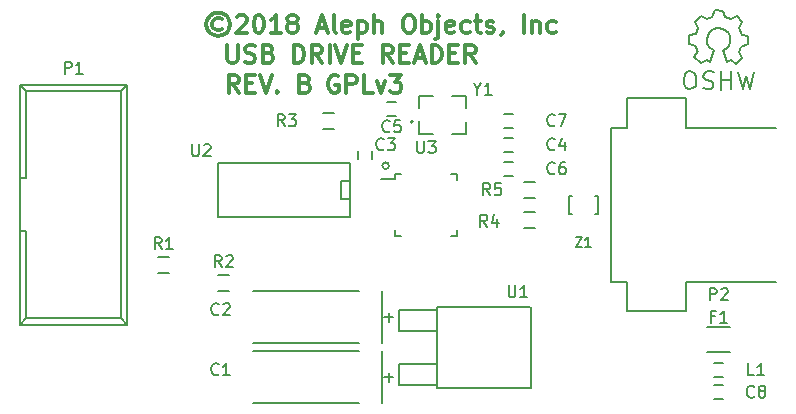
<source format=gbr>
G04 #@! TF.FileFunction,Legend,Top*
%FSLAX46Y46*%
G04 Gerber Fmt 4.6, Leading zero omitted, Abs format (unit mm)*
G04 Created by KiCad (PCBNEW 4.0.5+dfsg1-4) date Wed Jul 18 12:49:48 2018*
%MOMM*%
%LPD*%
G01*
G04 APERTURE LIST*
%ADD10C,0.100000*%
%ADD11C,0.200000*%
%ADD12C,0.300000*%
%ADD13C,0.150000*%
G04 APERTURE END LIST*
D10*
D11*
X160049981Y-98298000D02*
G75*
G03X160049981Y-98298000I-283981J0D01*
G01*
D12*
X155738000Y-90690000D02*
X155595143Y-90618571D01*
X155380857Y-90618571D01*
X155166572Y-90690000D01*
X155023714Y-90832857D01*
X154952286Y-90975714D01*
X154880857Y-91261429D01*
X154880857Y-91475714D01*
X154952286Y-91761429D01*
X155023714Y-91904286D01*
X155166572Y-92047143D01*
X155380857Y-92118571D01*
X155523714Y-92118571D01*
X155738000Y-92047143D01*
X155809429Y-91975714D01*
X155809429Y-91475714D01*
X155523714Y-91475714D01*
X156452286Y-92118571D02*
X156452286Y-90618571D01*
X157023714Y-90618571D01*
X157166572Y-90690000D01*
X157238000Y-90761429D01*
X157309429Y-90904286D01*
X157309429Y-91118571D01*
X157238000Y-91261429D01*
X157166572Y-91332857D01*
X157023714Y-91404286D01*
X156452286Y-91404286D01*
X158666572Y-92118571D02*
X157952286Y-92118571D01*
X157952286Y-90618571D01*
X159023715Y-91118571D02*
X159380858Y-92118571D01*
X159738000Y-91118571D01*
X160166572Y-90618571D02*
X161095143Y-90618571D01*
X160595143Y-91190000D01*
X160809429Y-91190000D01*
X160952286Y-91261429D01*
X161023715Y-91332857D01*
X161095143Y-91475714D01*
X161095143Y-91832857D01*
X161023715Y-91975714D01*
X160952286Y-92047143D01*
X160809429Y-92118571D01*
X160380857Y-92118571D01*
X160238000Y-92047143D01*
X160166572Y-91975714D01*
X147324286Y-92118571D02*
X146824286Y-91404286D01*
X146467143Y-92118571D02*
X146467143Y-90618571D01*
X147038571Y-90618571D01*
X147181429Y-90690000D01*
X147252857Y-90761429D01*
X147324286Y-90904286D01*
X147324286Y-91118571D01*
X147252857Y-91261429D01*
X147181429Y-91332857D01*
X147038571Y-91404286D01*
X146467143Y-91404286D01*
X147967143Y-91332857D02*
X148467143Y-91332857D01*
X148681429Y-92118571D02*
X147967143Y-92118571D01*
X147967143Y-90618571D01*
X148681429Y-90618571D01*
X149110000Y-90618571D02*
X149610000Y-92118571D01*
X150110000Y-90618571D01*
X150610000Y-91975714D02*
X150681428Y-92047143D01*
X150610000Y-92118571D01*
X150538571Y-92047143D01*
X150610000Y-91975714D01*
X150610000Y-92118571D01*
X152967143Y-91332857D02*
X153181429Y-91404286D01*
X153252857Y-91475714D01*
X153324286Y-91618571D01*
X153324286Y-91832857D01*
X153252857Y-91975714D01*
X153181429Y-92047143D01*
X153038571Y-92118571D01*
X152467143Y-92118571D01*
X152467143Y-90618571D01*
X152967143Y-90618571D01*
X153110000Y-90690000D01*
X153181429Y-90761429D01*
X153252857Y-90904286D01*
X153252857Y-91047143D01*
X153181429Y-91190000D01*
X153110000Y-91261429D01*
X152967143Y-91332857D01*
X152467143Y-91332857D01*
X146380715Y-88078571D02*
X146380715Y-89292857D01*
X146452143Y-89435714D01*
X146523572Y-89507143D01*
X146666429Y-89578571D01*
X146952143Y-89578571D01*
X147095001Y-89507143D01*
X147166429Y-89435714D01*
X147237858Y-89292857D01*
X147237858Y-88078571D01*
X147880715Y-89507143D02*
X148095001Y-89578571D01*
X148452144Y-89578571D01*
X148595001Y-89507143D01*
X148666430Y-89435714D01*
X148737858Y-89292857D01*
X148737858Y-89150000D01*
X148666430Y-89007143D01*
X148595001Y-88935714D01*
X148452144Y-88864286D01*
X148166430Y-88792857D01*
X148023572Y-88721429D01*
X147952144Y-88650000D01*
X147880715Y-88507143D01*
X147880715Y-88364286D01*
X147952144Y-88221429D01*
X148023572Y-88150000D01*
X148166430Y-88078571D01*
X148523572Y-88078571D01*
X148737858Y-88150000D01*
X149880715Y-88792857D02*
X150095001Y-88864286D01*
X150166429Y-88935714D01*
X150237858Y-89078571D01*
X150237858Y-89292857D01*
X150166429Y-89435714D01*
X150095001Y-89507143D01*
X149952143Y-89578571D01*
X149380715Y-89578571D01*
X149380715Y-88078571D01*
X149880715Y-88078571D01*
X150023572Y-88150000D01*
X150095001Y-88221429D01*
X150166429Y-88364286D01*
X150166429Y-88507143D01*
X150095001Y-88650000D01*
X150023572Y-88721429D01*
X149880715Y-88792857D01*
X149380715Y-88792857D01*
X152023572Y-89578571D02*
X152023572Y-88078571D01*
X152380715Y-88078571D01*
X152595000Y-88150000D01*
X152737858Y-88292857D01*
X152809286Y-88435714D01*
X152880715Y-88721429D01*
X152880715Y-88935714D01*
X152809286Y-89221429D01*
X152737858Y-89364286D01*
X152595000Y-89507143D01*
X152380715Y-89578571D01*
X152023572Y-89578571D01*
X154380715Y-89578571D02*
X153880715Y-88864286D01*
X153523572Y-89578571D02*
X153523572Y-88078571D01*
X154095000Y-88078571D01*
X154237858Y-88150000D01*
X154309286Y-88221429D01*
X154380715Y-88364286D01*
X154380715Y-88578571D01*
X154309286Y-88721429D01*
X154237858Y-88792857D01*
X154095000Y-88864286D01*
X153523572Y-88864286D01*
X155023572Y-89578571D02*
X155023572Y-88078571D01*
X155523572Y-88078571D02*
X156023572Y-89578571D01*
X156523572Y-88078571D01*
X157023572Y-88792857D02*
X157523572Y-88792857D01*
X157737858Y-89578571D02*
X157023572Y-89578571D01*
X157023572Y-88078571D01*
X157737858Y-88078571D01*
X160380715Y-89578571D02*
X159880715Y-88864286D01*
X159523572Y-89578571D02*
X159523572Y-88078571D01*
X160095000Y-88078571D01*
X160237858Y-88150000D01*
X160309286Y-88221429D01*
X160380715Y-88364286D01*
X160380715Y-88578571D01*
X160309286Y-88721429D01*
X160237858Y-88792857D01*
X160095000Y-88864286D01*
X159523572Y-88864286D01*
X161023572Y-88792857D02*
X161523572Y-88792857D01*
X161737858Y-89578571D02*
X161023572Y-89578571D01*
X161023572Y-88078571D01*
X161737858Y-88078571D01*
X162309286Y-89150000D02*
X163023572Y-89150000D01*
X162166429Y-89578571D02*
X162666429Y-88078571D01*
X163166429Y-89578571D01*
X163666429Y-89578571D02*
X163666429Y-88078571D01*
X164023572Y-88078571D01*
X164237857Y-88150000D01*
X164380715Y-88292857D01*
X164452143Y-88435714D01*
X164523572Y-88721429D01*
X164523572Y-88935714D01*
X164452143Y-89221429D01*
X164380715Y-89364286D01*
X164237857Y-89507143D01*
X164023572Y-89578571D01*
X163666429Y-89578571D01*
X165166429Y-88792857D02*
X165666429Y-88792857D01*
X165880715Y-89578571D02*
X165166429Y-89578571D01*
X165166429Y-88078571D01*
X165880715Y-88078571D01*
X167380715Y-89578571D02*
X166880715Y-88864286D01*
X166523572Y-89578571D02*
X166523572Y-88078571D01*
X167095000Y-88078571D01*
X167237858Y-88150000D01*
X167309286Y-88221429D01*
X167380715Y-88364286D01*
X167380715Y-88578571D01*
X167309286Y-88721429D01*
X167237858Y-88792857D01*
X167095000Y-88864286D01*
X166523572Y-88864286D01*
X145885001Y-85895714D02*
X145742143Y-85824286D01*
X145456429Y-85824286D01*
X145313572Y-85895714D01*
X145170715Y-86038571D01*
X145099286Y-86181429D01*
X145099286Y-86467143D01*
X145170715Y-86610000D01*
X145313572Y-86752857D01*
X145456429Y-86824286D01*
X145742143Y-86824286D01*
X145885001Y-86752857D01*
X145599286Y-85324286D02*
X145242143Y-85395714D01*
X144885001Y-85610000D01*
X144670715Y-85967143D01*
X144599286Y-86324286D01*
X144670715Y-86681429D01*
X144885001Y-87038571D01*
X145242143Y-87252857D01*
X145599286Y-87324286D01*
X145956429Y-87252857D01*
X146313572Y-87038571D01*
X146527858Y-86681429D01*
X146599286Y-86324286D01*
X146527858Y-85967143D01*
X146313572Y-85610000D01*
X145956429Y-85395714D01*
X145599286Y-85324286D01*
X147170715Y-85681429D02*
X147242144Y-85610000D01*
X147385001Y-85538571D01*
X147742144Y-85538571D01*
X147885001Y-85610000D01*
X147956430Y-85681429D01*
X148027858Y-85824286D01*
X148027858Y-85967143D01*
X147956430Y-86181429D01*
X147099287Y-87038571D01*
X148027858Y-87038571D01*
X148956429Y-85538571D02*
X149099286Y-85538571D01*
X149242143Y-85610000D01*
X149313572Y-85681429D01*
X149385001Y-85824286D01*
X149456429Y-86110000D01*
X149456429Y-86467143D01*
X149385001Y-86752857D01*
X149313572Y-86895714D01*
X149242143Y-86967143D01*
X149099286Y-87038571D01*
X148956429Y-87038571D01*
X148813572Y-86967143D01*
X148742143Y-86895714D01*
X148670715Y-86752857D01*
X148599286Y-86467143D01*
X148599286Y-86110000D01*
X148670715Y-85824286D01*
X148742143Y-85681429D01*
X148813572Y-85610000D01*
X148956429Y-85538571D01*
X150885000Y-87038571D02*
X150027857Y-87038571D01*
X150456429Y-87038571D02*
X150456429Y-85538571D01*
X150313572Y-85752857D01*
X150170714Y-85895714D01*
X150027857Y-85967143D01*
X151742143Y-86181429D02*
X151599285Y-86110000D01*
X151527857Y-86038571D01*
X151456428Y-85895714D01*
X151456428Y-85824286D01*
X151527857Y-85681429D01*
X151599285Y-85610000D01*
X151742143Y-85538571D01*
X152027857Y-85538571D01*
X152170714Y-85610000D01*
X152242143Y-85681429D01*
X152313571Y-85824286D01*
X152313571Y-85895714D01*
X152242143Y-86038571D01*
X152170714Y-86110000D01*
X152027857Y-86181429D01*
X151742143Y-86181429D01*
X151599285Y-86252857D01*
X151527857Y-86324286D01*
X151456428Y-86467143D01*
X151456428Y-86752857D01*
X151527857Y-86895714D01*
X151599285Y-86967143D01*
X151742143Y-87038571D01*
X152027857Y-87038571D01*
X152170714Y-86967143D01*
X152242143Y-86895714D01*
X152313571Y-86752857D01*
X152313571Y-86467143D01*
X152242143Y-86324286D01*
X152170714Y-86252857D01*
X152027857Y-86181429D01*
X154027856Y-86610000D02*
X154742142Y-86610000D01*
X153884999Y-87038571D02*
X154384999Y-85538571D01*
X154884999Y-87038571D01*
X155599285Y-87038571D02*
X155456427Y-86967143D01*
X155384999Y-86824286D01*
X155384999Y-85538571D01*
X156742141Y-86967143D02*
X156599284Y-87038571D01*
X156313570Y-87038571D01*
X156170713Y-86967143D01*
X156099284Y-86824286D01*
X156099284Y-86252857D01*
X156170713Y-86110000D01*
X156313570Y-86038571D01*
X156599284Y-86038571D01*
X156742141Y-86110000D01*
X156813570Y-86252857D01*
X156813570Y-86395714D01*
X156099284Y-86538571D01*
X157456427Y-86038571D02*
X157456427Y-87538571D01*
X157456427Y-86110000D02*
X157599284Y-86038571D01*
X157884998Y-86038571D01*
X158027855Y-86110000D01*
X158099284Y-86181429D01*
X158170713Y-86324286D01*
X158170713Y-86752857D01*
X158099284Y-86895714D01*
X158027855Y-86967143D01*
X157884998Y-87038571D01*
X157599284Y-87038571D01*
X157456427Y-86967143D01*
X158813570Y-87038571D02*
X158813570Y-85538571D01*
X159456427Y-87038571D02*
X159456427Y-86252857D01*
X159384998Y-86110000D01*
X159242141Y-86038571D01*
X159027856Y-86038571D01*
X158884998Y-86110000D01*
X158813570Y-86181429D01*
X161599284Y-85538571D02*
X161884998Y-85538571D01*
X162027856Y-85610000D01*
X162170713Y-85752857D01*
X162242141Y-86038571D01*
X162242141Y-86538571D01*
X162170713Y-86824286D01*
X162027856Y-86967143D01*
X161884998Y-87038571D01*
X161599284Y-87038571D01*
X161456427Y-86967143D01*
X161313570Y-86824286D01*
X161242141Y-86538571D01*
X161242141Y-86038571D01*
X161313570Y-85752857D01*
X161456427Y-85610000D01*
X161599284Y-85538571D01*
X162884999Y-87038571D02*
X162884999Y-85538571D01*
X162884999Y-86110000D02*
X163027856Y-86038571D01*
X163313570Y-86038571D01*
X163456427Y-86110000D01*
X163527856Y-86181429D01*
X163599285Y-86324286D01*
X163599285Y-86752857D01*
X163527856Y-86895714D01*
X163456427Y-86967143D01*
X163313570Y-87038571D01*
X163027856Y-87038571D01*
X162884999Y-86967143D01*
X164242142Y-86038571D02*
X164242142Y-87324286D01*
X164170713Y-87467143D01*
X164027856Y-87538571D01*
X163956428Y-87538571D01*
X164242142Y-85538571D02*
X164170713Y-85610000D01*
X164242142Y-85681429D01*
X164313570Y-85610000D01*
X164242142Y-85538571D01*
X164242142Y-85681429D01*
X165527856Y-86967143D02*
X165384999Y-87038571D01*
X165099285Y-87038571D01*
X164956428Y-86967143D01*
X164884999Y-86824286D01*
X164884999Y-86252857D01*
X164956428Y-86110000D01*
X165099285Y-86038571D01*
X165384999Y-86038571D01*
X165527856Y-86110000D01*
X165599285Y-86252857D01*
X165599285Y-86395714D01*
X164884999Y-86538571D01*
X166884999Y-86967143D02*
X166742142Y-87038571D01*
X166456428Y-87038571D01*
X166313570Y-86967143D01*
X166242142Y-86895714D01*
X166170713Y-86752857D01*
X166170713Y-86324286D01*
X166242142Y-86181429D01*
X166313570Y-86110000D01*
X166456428Y-86038571D01*
X166742142Y-86038571D01*
X166884999Y-86110000D01*
X167313570Y-86038571D02*
X167884999Y-86038571D01*
X167527856Y-85538571D02*
X167527856Y-86824286D01*
X167599284Y-86967143D01*
X167742142Y-87038571D01*
X167884999Y-87038571D01*
X168313570Y-86967143D02*
X168456427Y-87038571D01*
X168742142Y-87038571D01*
X168884999Y-86967143D01*
X168956427Y-86824286D01*
X168956427Y-86752857D01*
X168884999Y-86610000D01*
X168742142Y-86538571D01*
X168527856Y-86538571D01*
X168384999Y-86467143D01*
X168313570Y-86324286D01*
X168313570Y-86252857D01*
X168384999Y-86110000D01*
X168527856Y-86038571D01*
X168742142Y-86038571D01*
X168884999Y-86110000D01*
X169670713Y-86967143D02*
X169670713Y-87038571D01*
X169599285Y-87181429D01*
X169527856Y-87252857D01*
X171456428Y-87038571D02*
X171456428Y-85538571D01*
X172170714Y-86038571D02*
X172170714Y-87038571D01*
X172170714Y-86181429D02*
X172242142Y-86110000D01*
X172385000Y-86038571D01*
X172599285Y-86038571D01*
X172742142Y-86110000D01*
X172813571Y-86252857D01*
X172813571Y-87038571D01*
X174170714Y-86967143D02*
X174027857Y-87038571D01*
X173742143Y-87038571D01*
X173599285Y-86967143D01*
X173527857Y-86895714D01*
X173456428Y-86752857D01*
X173456428Y-86324286D01*
X173527857Y-86181429D01*
X173599285Y-86110000D01*
X173742143Y-86038571D01*
X174027857Y-86038571D01*
X174170714Y-86110000D01*
D11*
X162092000Y-94580000D02*
G75*
G03X162092000Y-94580000I-100000J0D01*
G01*
D13*
X162592000Y-94480000D02*
X162592000Y-95580000D01*
X162592000Y-95580000D02*
X163792000Y-95580000D01*
X163792000Y-92380000D02*
X162592000Y-92380000D01*
X162592000Y-92380000D02*
X162592000Y-93380000D01*
X166592000Y-94580000D02*
X166592000Y-95580000D01*
X166592000Y-95580000D02*
X165392000Y-95580000D01*
X165392000Y-92380000D02*
X166592000Y-92380000D01*
X166592000Y-92380000D02*
X166592000Y-93380000D01*
X159635000Y-111125000D02*
X160435000Y-111125000D01*
X160035000Y-111525000D02*
X160035000Y-110725000D01*
X148534120Y-113324640D02*
X157535880Y-113324640D01*
X157535880Y-108925360D02*
X148534120Y-108925360D01*
X159438340Y-113324640D02*
X159438340Y-108925360D01*
X159635000Y-116205000D02*
X160435000Y-116205000D01*
X160035000Y-116605000D02*
X160035000Y-115805000D01*
X148534120Y-118404640D02*
X157535880Y-118404640D01*
X157535880Y-114005360D02*
X148534120Y-114005360D01*
X159438340Y-118404640D02*
X159438340Y-114005360D01*
X158588000Y-97059000D02*
X158588000Y-97759000D01*
X157388000Y-97759000D02*
X157388000Y-97059000D01*
X170530000Y-97120000D02*
X169830000Y-97120000D01*
X169830000Y-95920000D02*
X170530000Y-95920000D01*
X159924000Y-92872000D02*
X160624000Y-92872000D01*
X160624000Y-94072000D02*
X159924000Y-94072000D01*
X170530000Y-99152000D02*
X169830000Y-99152000D01*
X169830000Y-97952000D02*
X170530000Y-97952000D01*
X169830000Y-93888000D02*
X170530000Y-93888000D01*
X170530000Y-95088000D02*
X169830000Y-95088000D01*
X186960000Y-111955000D02*
X188960000Y-111955000D01*
X188960000Y-114105000D02*
X186960000Y-114105000D01*
X128800000Y-111760000D02*
X129350000Y-111200000D01*
X128800000Y-91440000D02*
X129350000Y-91980000D01*
X137900000Y-111760000D02*
X137350000Y-111200000D01*
X137900000Y-91440000D02*
X137350000Y-91980000D01*
X137350000Y-111200000D02*
X129350000Y-111200000D01*
X137900000Y-111760000D02*
X128800000Y-111760000D01*
X137350000Y-91980000D02*
X129350000Y-91980000D01*
X137900000Y-91440000D02*
X128800000Y-91440000D01*
X129350000Y-103850000D02*
X128800000Y-103850000D01*
X129350000Y-99350000D02*
X128800000Y-99350000D01*
X129350000Y-103850000D02*
X129350000Y-111200000D01*
X129350000Y-91980000D02*
X129350000Y-99350000D01*
X128800000Y-91440000D02*
X128800000Y-111760000D01*
X137350000Y-91980000D02*
X137350000Y-111200000D01*
X137900000Y-91440000D02*
X137900000Y-111760000D01*
X180240000Y-108100000D02*
X178840000Y-108100000D01*
X180240000Y-95100000D02*
X178840000Y-95100000D01*
X185240000Y-108100000D02*
X185240000Y-110600000D01*
X180240000Y-108100000D02*
X180240000Y-110600000D01*
X180240000Y-95100000D02*
X180240000Y-92600000D01*
X180240000Y-92600000D02*
X185240000Y-92600000D01*
X185240000Y-92600000D02*
X185240000Y-95100000D01*
X185240000Y-95100000D02*
X192840000Y-95100000D01*
X180240000Y-110600000D02*
X185240000Y-110600000D01*
X185240000Y-108100000D02*
X192840000Y-108100000D01*
X178840000Y-95100000D02*
X178840000Y-108100000D01*
X141470000Y-107355000D02*
X140470000Y-107355000D01*
X140470000Y-106005000D02*
X141470000Y-106005000D01*
X146550000Y-108879000D02*
X145550000Y-108879000D01*
X145550000Y-107529000D02*
X146550000Y-107529000D01*
X155440000Y-95163000D02*
X154440000Y-95163000D01*
X154440000Y-93813000D02*
X155440000Y-93813000D01*
X172458000Y-103545000D02*
X171458000Y-103545000D01*
X171458000Y-102195000D02*
X172458000Y-102195000D01*
X172458000Y-101005000D02*
X171458000Y-101005000D01*
X171458000Y-99655000D02*
X172458000Y-99655000D01*
X171958000Y-117094000D02*
X170180000Y-117094000D01*
X172085000Y-110236000D02*
X172085000Y-117094000D01*
X164084000Y-110236000D02*
X171958000Y-110236000D01*
X164084000Y-117094000D02*
X164084000Y-110236000D01*
X170180000Y-117094000D02*
X164084000Y-117094000D01*
X160909000Y-112268000D02*
X164084000Y-112268000D01*
X160909000Y-110490000D02*
X160909000Y-112268000D01*
X164084000Y-110490000D02*
X160909000Y-110490000D01*
X160909000Y-116840000D02*
X164084000Y-116840000D01*
X160909000Y-115062000D02*
X160909000Y-116840000D01*
X164084000Y-115062000D02*
X160909000Y-115062000D01*
X177730000Y-102350000D02*
X177480000Y-102350000D01*
X177730000Y-100850000D02*
X177480000Y-100850000D01*
X175330000Y-102350000D02*
X175580000Y-102350000D01*
X175330000Y-100850000D02*
X175580000Y-100850000D01*
X177730000Y-102350000D02*
X177730000Y-100850000D01*
X175330000Y-100850000D02*
X175330000Y-102350000D01*
X187610000Y-116875000D02*
X188310000Y-116875000D01*
X188310000Y-118075000D02*
X187610000Y-118075000D01*
X187610000Y-114970000D02*
X188310000Y-114970000D01*
X188310000Y-116170000D02*
X187610000Y-116170000D01*
X156718000Y-102616000D02*
X145542000Y-102616000D01*
X156718000Y-98044000D02*
X156718000Y-102616000D01*
X145542000Y-98044000D02*
X156718000Y-98044000D01*
X145542000Y-102616000D02*
X145542000Y-98044000D01*
X155956000Y-99568000D02*
X156718000Y-99568000D01*
X155956000Y-101092000D02*
X155956000Y-99568000D01*
X156718000Y-101092000D02*
X155956000Y-101092000D01*
X160570000Y-99400000D02*
X159345000Y-99400000D01*
X165820000Y-98975000D02*
X165310000Y-98975000D01*
X165820000Y-104225000D02*
X165310000Y-104225000D01*
X160570000Y-104225000D02*
X161080000Y-104225000D01*
X160570000Y-98975000D02*
X161080000Y-98975000D01*
X160570000Y-104225000D02*
X160570000Y-103715000D01*
X165820000Y-104225000D02*
X165820000Y-103715000D01*
X165820000Y-98975000D02*
X165820000Y-99485000D01*
X160570000Y-98975000D02*
X160570000Y-99400000D01*
X189628780Y-90319860D02*
X189989460Y-91790520D01*
X189989460Y-91790520D02*
X190268860Y-90728800D01*
X190268860Y-90728800D02*
X190578740Y-91800680D01*
X190578740Y-91800680D02*
X190919100Y-90350340D01*
X188208920Y-91010740D02*
X188998860Y-91000580D01*
X188998860Y-91000580D02*
X189009020Y-91010740D01*
X189009020Y-91010740D02*
X189009020Y-91000580D01*
X189049660Y-90289380D02*
X189049660Y-91831160D01*
X188160660Y-90279220D02*
X188160660Y-91848940D01*
X188160660Y-91848940D02*
X188170820Y-91838780D01*
X187609480Y-90380820D02*
X187258960Y-90299540D01*
X187258960Y-90299540D02*
X186938920Y-90289380D01*
X186938920Y-90289380D02*
X186700160Y-90490040D01*
X186700160Y-90490040D02*
X186669680Y-90759280D01*
X186669680Y-90759280D02*
X186910980Y-91000580D01*
X186910980Y-91000580D02*
X187299600Y-91130120D01*
X187299600Y-91130120D02*
X187479940Y-91290140D01*
X187479940Y-91290140D02*
X187520580Y-91589860D01*
X187520580Y-91589860D02*
X187289440Y-91810840D01*
X187289440Y-91810840D02*
X186969400Y-91838780D01*
X186969400Y-91838780D02*
X186618880Y-91729560D01*
X185580020Y-90279220D02*
X185331100Y-90299540D01*
X185331100Y-90299540D02*
X185089800Y-90540840D01*
X185089800Y-90540840D02*
X185000900Y-91031060D01*
X185000900Y-91031060D02*
X185028840Y-91379040D01*
X185028840Y-91379040D02*
X185229500Y-91699080D01*
X185229500Y-91699080D02*
X185480960Y-91821000D01*
X185480960Y-91821000D02*
X185790840Y-91749880D01*
X185790840Y-91749880D02*
X186009280Y-91569540D01*
X186009280Y-91569540D02*
X186080400Y-91109800D01*
X186080400Y-91109800D02*
X186029600Y-90700860D01*
X186029600Y-90700860D02*
X185920380Y-90418920D01*
X185920380Y-90418920D02*
X185559700Y-90289380D01*
X186179460Y-88559640D02*
X185920380Y-89120980D01*
X185920380Y-89120980D02*
X186458860Y-89639140D01*
X186458860Y-89639140D02*
X186979560Y-89369900D01*
X186979560Y-89369900D02*
X187258960Y-89529920D01*
X188699140Y-89509600D02*
X189029340Y-89319100D01*
X189029340Y-89319100D02*
X189468760Y-89649300D01*
X189468760Y-89649300D02*
X189941200Y-89159080D01*
X189941200Y-89159080D02*
X189659260Y-88679020D01*
X189659260Y-88679020D02*
X189849760Y-88209120D01*
X189849760Y-88209120D02*
X190459360Y-88021160D01*
X190459360Y-88021160D02*
X190459360Y-87340440D01*
X190459360Y-87340440D02*
X189900560Y-87200740D01*
X189900560Y-87200740D02*
X189699900Y-86629240D01*
X189699900Y-86629240D02*
X189969140Y-86159340D01*
X189969140Y-86159340D02*
X189499240Y-85648800D01*
X189499240Y-85648800D02*
X188981080Y-85910420D01*
X188981080Y-85910420D02*
X188511180Y-85709760D01*
X188511180Y-85709760D02*
X188341000Y-85168740D01*
X188341000Y-85168740D02*
X187650120Y-85150960D01*
X187650120Y-85150960D02*
X187439300Y-85699600D01*
X187439300Y-85699600D02*
X187020200Y-85869780D01*
X187020200Y-85869780D02*
X186469020Y-85600540D01*
X186469020Y-85600540D02*
X185950860Y-86128860D01*
X185950860Y-86128860D02*
X186199780Y-86669880D01*
X186199780Y-86669880D02*
X186029600Y-87149940D01*
X186029600Y-87149940D02*
X185480960Y-87249000D01*
X185480960Y-87249000D02*
X185470800Y-87950040D01*
X185470800Y-87950040D02*
X186029600Y-88150700D01*
X186029600Y-88150700D02*
X186169300Y-88549480D01*
X188310520Y-88529160D02*
X188610240Y-88379300D01*
X188610240Y-88379300D02*
X188810900Y-88181180D01*
X188810900Y-88181180D02*
X188960760Y-87779860D01*
X188960760Y-87779860D02*
X188960760Y-87381080D01*
X188960760Y-87381080D02*
X188810900Y-87030560D01*
X188810900Y-87030560D02*
X188358780Y-86680040D01*
X188358780Y-86680040D02*
X187909200Y-86629240D01*
X187909200Y-86629240D02*
X187510420Y-86730840D01*
X187510420Y-86730840D02*
X187109100Y-87078820D01*
X187109100Y-87078820D02*
X186959240Y-87530940D01*
X186959240Y-87530940D02*
X187010040Y-88028780D01*
X187010040Y-88028780D02*
X187258960Y-88331040D01*
X187258960Y-88331040D02*
X187609480Y-88529160D01*
X187609480Y-88529160D02*
X187258960Y-89529920D01*
X188310520Y-88529160D02*
X188709300Y-89529920D01*
X167544809Y-91797190D02*
X167544809Y-92273381D01*
X167211476Y-91273381D02*
X167544809Y-91797190D01*
X167878143Y-91273381D01*
X168735286Y-92273381D02*
X168163857Y-92273381D01*
X168449571Y-92273381D02*
X168449571Y-91273381D01*
X168354333Y-91416238D01*
X168259095Y-91511476D01*
X168163857Y-91559095D01*
X145629334Y-110847143D02*
X145581715Y-110894762D01*
X145438858Y-110942381D01*
X145343620Y-110942381D01*
X145200762Y-110894762D01*
X145105524Y-110799524D01*
X145057905Y-110704286D01*
X145010286Y-110513810D01*
X145010286Y-110370952D01*
X145057905Y-110180476D01*
X145105524Y-110085238D01*
X145200762Y-109990000D01*
X145343620Y-109942381D01*
X145438858Y-109942381D01*
X145581715Y-109990000D01*
X145629334Y-110037619D01*
X146010286Y-110037619D02*
X146057905Y-109990000D01*
X146153143Y-109942381D01*
X146391239Y-109942381D01*
X146486477Y-109990000D01*
X146534096Y-110037619D01*
X146581715Y-110132857D01*
X146581715Y-110228095D01*
X146534096Y-110370952D01*
X145962667Y-110942381D01*
X146581715Y-110942381D01*
X145629334Y-115927143D02*
X145581715Y-115974762D01*
X145438858Y-116022381D01*
X145343620Y-116022381D01*
X145200762Y-115974762D01*
X145105524Y-115879524D01*
X145057905Y-115784286D01*
X145010286Y-115593810D01*
X145010286Y-115450952D01*
X145057905Y-115260476D01*
X145105524Y-115165238D01*
X145200762Y-115070000D01*
X145343620Y-115022381D01*
X145438858Y-115022381D01*
X145581715Y-115070000D01*
X145629334Y-115117619D01*
X146581715Y-116022381D02*
X146010286Y-116022381D01*
X146296000Y-116022381D02*
X146296000Y-115022381D01*
X146200762Y-115165238D01*
X146105524Y-115260476D01*
X146010286Y-115308095D01*
X159599334Y-96877143D02*
X159551715Y-96924762D01*
X159408858Y-96972381D01*
X159313620Y-96972381D01*
X159170762Y-96924762D01*
X159075524Y-96829524D01*
X159027905Y-96734286D01*
X158980286Y-96543810D01*
X158980286Y-96400952D01*
X159027905Y-96210476D01*
X159075524Y-96115238D01*
X159170762Y-96020000D01*
X159313620Y-95972381D01*
X159408858Y-95972381D01*
X159551715Y-96020000D01*
X159599334Y-96067619D01*
X159932667Y-95972381D02*
X160551715Y-95972381D01*
X160218381Y-96353333D01*
X160361239Y-96353333D01*
X160456477Y-96400952D01*
X160504096Y-96448571D01*
X160551715Y-96543810D01*
X160551715Y-96781905D01*
X160504096Y-96877143D01*
X160456477Y-96924762D01*
X160361239Y-96972381D01*
X160075524Y-96972381D01*
X159980286Y-96924762D01*
X159932667Y-96877143D01*
X174077334Y-96877143D02*
X174029715Y-96924762D01*
X173886858Y-96972381D01*
X173791620Y-96972381D01*
X173648762Y-96924762D01*
X173553524Y-96829524D01*
X173505905Y-96734286D01*
X173458286Y-96543810D01*
X173458286Y-96400952D01*
X173505905Y-96210476D01*
X173553524Y-96115238D01*
X173648762Y-96020000D01*
X173791620Y-95972381D01*
X173886858Y-95972381D01*
X174029715Y-96020000D01*
X174077334Y-96067619D01*
X174934477Y-96305714D02*
X174934477Y-96972381D01*
X174696381Y-95924762D02*
X174458286Y-96639048D01*
X175077334Y-96639048D01*
X160107334Y-95353143D02*
X160059715Y-95400762D01*
X159916858Y-95448381D01*
X159821620Y-95448381D01*
X159678762Y-95400762D01*
X159583524Y-95305524D01*
X159535905Y-95210286D01*
X159488286Y-95019810D01*
X159488286Y-94876952D01*
X159535905Y-94686476D01*
X159583524Y-94591238D01*
X159678762Y-94496000D01*
X159821620Y-94448381D01*
X159916858Y-94448381D01*
X160059715Y-94496000D01*
X160107334Y-94543619D01*
X161012096Y-94448381D02*
X160535905Y-94448381D01*
X160488286Y-94924571D01*
X160535905Y-94876952D01*
X160631143Y-94829333D01*
X160869239Y-94829333D01*
X160964477Y-94876952D01*
X161012096Y-94924571D01*
X161059715Y-95019810D01*
X161059715Y-95257905D01*
X161012096Y-95353143D01*
X160964477Y-95400762D01*
X160869239Y-95448381D01*
X160631143Y-95448381D01*
X160535905Y-95400762D01*
X160488286Y-95353143D01*
X174077334Y-98909143D02*
X174029715Y-98956762D01*
X173886858Y-99004381D01*
X173791620Y-99004381D01*
X173648762Y-98956762D01*
X173553524Y-98861524D01*
X173505905Y-98766286D01*
X173458286Y-98575810D01*
X173458286Y-98432952D01*
X173505905Y-98242476D01*
X173553524Y-98147238D01*
X173648762Y-98052000D01*
X173791620Y-98004381D01*
X173886858Y-98004381D01*
X174029715Y-98052000D01*
X174077334Y-98099619D01*
X174934477Y-98004381D02*
X174744000Y-98004381D01*
X174648762Y-98052000D01*
X174601143Y-98099619D01*
X174505905Y-98242476D01*
X174458286Y-98432952D01*
X174458286Y-98813905D01*
X174505905Y-98909143D01*
X174553524Y-98956762D01*
X174648762Y-99004381D01*
X174839239Y-99004381D01*
X174934477Y-98956762D01*
X174982096Y-98909143D01*
X175029715Y-98813905D01*
X175029715Y-98575810D01*
X174982096Y-98480571D01*
X174934477Y-98432952D01*
X174839239Y-98385333D01*
X174648762Y-98385333D01*
X174553524Y-98432952D01*
X174505905Y-98480571D01*
X174458286Y-98575810D01*
X174077334Y-94845143D02*
X174029715Y-94892762D01*
X173886858Y-94940381D01*
X173791620Y-94940381D01*
X173648762Y-94892762D01*
X173553524Y-94797524D01*
X173505905Y-94702286D01*
X173458286Y-94511810D01*
X173458286Y-94368952D01*
X173505905Y-94178476D01*
X173553524Y-94083238D01*
X173648762Y-93988000D01*
X173791620Y-93940381D01*
X173886858Y-93940381D01*
X174029715Y-93988000D01*
X174077334Y-94035619D01*
X174410667Y-93940381D02*
X175077334Y-93940381D01*
X174648762Y-94940381D01*
X187626667Y-111053571D02*
X187293333Y-111053571D01*
X187293333Y-111577381D02*
X187293333Y-110577381D01*
X187769524Y-110577381D01*
X188674286Y-111577381D02*
X188102857Y-111577381D01*
X188388571Y-111577381D02*
X188388571Y-110577381D01*
X188293333Y-110720238D01*
X188198095Y-110815476D01*
X188102857Y-110863095D01*
X132611905Y-90495381D02*
X132611905Y-89495381D01*
X132992858Y-89495381D01*
X133088096Y-89543000D01*
X133135715Y-89590619D01*
X133183334Y-89685857D01*
X133183334Y-89828714D01*
X133135715Y-89923952D01*
X133088096Y-89971571D01*
X132992858Y-90019190D01*
X132611905Y-90019190D01*
X134135715Y-90495381D02*
X133564286Y-90495381D01*
X133850000Y-90495381D02*
X133850000Y-89495381D01*
X133754762Y-89638238D01*
X133659524Y-89733476D01*
X133564286Y-89781095D01*
X187221905Y-109672381D02*
X187221905Y-108672381D01*
X187602858Y-108672381D01*
X187698096Y-108720000D01*
X187745715Y-108767619D01*
X187793334Y-108862857D01*
X187793334Y-109005714D01*
X187745715Y-109100952D01*
X187698096Y-109148571D01*
X187602858Y-109196190D01*
X187221905Y-109196190D01*
X188174286Y-108767619D02*
X188221905Y-108720000D01*
X188317143Y-108672381D01*
X188555239Y-108672381D01*
X188650477Y-108720000D01*
X188698096Y-108767619D01*
X188745715Y-108862857D01*
X188745715Y-108958095D01*
X188698096Y-109100952D01*
X188126667Y-109672381D01*
X188745715Y-109672381D01*
X140803334Y-105354381D02*
X140470000Y-104878190D01*
X140231905Y-105354381D02*
X140231905Y-104354381D01*
X140612858Y-104354381D01*
X140708096Y-104402000D01*
X140755715Y-104449619D01*
X140803334Y-104544857D01*
X140803334Y-104687714D01*
X140755715Y-104782952D01*
X140708096Y-104830571D01*
X140612858Y-104878190D01*
X140231905Y-104878190D01*
X141755715Y-105354381D02*
X141184286Y-105354381D01*
X141470000Y-105354381D02*
X141470000Y-104354381D01*
X141374762Y-104497238D01*
X141279524Y-104592476D01*
X141184286Y-104640095D01*
X145883334Y-106878381D02*
X145550000Y-106402190D01*
X145311905Y-106878381D02*
X145311905Y-105878381D01*
X145692858Y-105878381D01*
X145788096Y-105926000D01*
X145835715Y-105973619D01*
X145883334Y-106068857D01*
X145883334Y-106211714D01*
X145835715Y-106306952D01*
X145788096Y-106354571D01*
X145692858Y-106402190D01*
X145311905Y-106402190D01*
X146264286Y-105973619D02*
X146311905Y-105926000D01*
X146407143Y-105878381D01*
X146645239Y-105878381D01*
X146740477Y-105926000D01*
X146788096Y-105973619D01*
X146835715Y-106068857D01*
X146835715Y-106164095D01*
X146788096Y-106306952D01*
X146216667Y-106878381D01*
X146835715Y-106878381D01*
X151217334Y-94940381D02*
X150884000Y-94464190D01*
X150645905Y-94940381D02*
X150645905Y-93940381D01*
X151026858Y-93940381D01*
X151122096Y-93988000D01*
X151169715Y-94035619D01*
X151217334Y-94130857D01*
X151217334Y-94273714D01*
X151169715Y-94368952D01*
X151122096Y-94416571D01*
X151026858Y-94464190D01*
X150645905Y-94464190D01*
X151550667Y-93940381D02*
X152169715Y-93940381D01*
X151836381Y-94321333D01*
X151979239Y-94321333D01*
X152074477Y-94368952D01*
X152122096Y-94416571D01*
X152169715Y-94511810D01*
X152169715Y-94749905D01*
X152122096Y-94845143D01*
X152074477Y-94892762D01*
X151979239Y-94940381D01*
X151693524Y-94940381D01*
X151598286Y-94892762D01*
X151550667Y-94845143D01*
X168362334Y-103449381D02*
X168029000Y-102973190D01*
X167790905Y-103449381D02*
X167790905Y-102449381D01*
X168171858Y-102449381D01*
X168267096Y-102497000D01*
X168314715Y-102544619D01*
X168362334Y-102639857D01*
X168362334Y-102782714D01*
X168314715Y-102877952D01*
X168267096Y-102925571D01*
X168171858Y-102973190D01*
X167790905Y-102973190D01*
X169219477Y-102782714D02*
X169219477Y-103449381D01*
X168981381Y-102401762D02*
X168743286Y-103116048D01*
X169362334Y-103116048D01*
X168616334Y-100782381D02*
X168283000Y-100306190D01*
X168044905Y-100782381D02*
X168044905Y-99782381D01*
X168425858Y-99782381D01*
X168521096Y-99830000D01*
X168568715Y-99877619D01*
X168616334Y-99972857D01*
X168616334Y-100115714D01*
X168568715Y-100210952D01*
X168521096Y-100258571D01*
X168425858Y-100306190D01*
X168044905Y-100306190D01*
X169521096Y-99782381D02*
X169044905Y-99782381D01*
X168997286Y-100258571D01*
X169044905Y-100210952D01*
X169140143Y-100163333D01*
X169378239Y-100163333D01*
X169473477Y-100210952D01*
X169521096Y-100258571D01*
X169568715Y-100353810D01*
X169568715Y-100591905D01*
X169521096Y-100687143D01*
X169473477Y-100734762D01*
X169378239Y-100782381D01*
X169140143Y-100782381D01*
X169044905Y-100734762D01*
X168997286Y-100687143D01*
X170180095Y-108418381D02*
X170180095Y-109227905D01*
X170227714Y-109323143D01*
X170275333Y-109370762D01*
X170370571Y-109418381D01*
X170561048Y-109418381D01*
X170656286Y-109370762D01*
X170703905Y-109323143D01*
X170751524Y-109227905D01*
X170751524Y-108418381D01*
X171751524Y-109418381D02*
X171180095Y-109418381D01*
X171465809Y-109418381D02*
X171465809Y-108418381D01*
X171370571Y-108561238D01*
X171275333Y-108656476D01*
X171180095Y-108704095D01*
X175882381Y-104336905D02*
X176415714Y-104336905D01*
X175882381Y-105136905D01*
X176415714Y-105136905D01*
X177139524Y-105136905D02*
X176682381Y-105136905D01*
X176910952Y-105136905D02*
X176910952Y-104336905D01*
X176834762Y-104451190D01*
X176758571Y-104527381D01*
X176682381Y-104565476D01*
X190968334Y-117832143D02*
X190920715Y-117879762D01*
X190777858Y-117927381D01*
X190682620Y-117927381D01*
X190539762Y-117879762D01*
X190444524Y-117784524D01*
X190396905Y-117689286D01*
X190349286Y-117498810D01*
X190349286Y-117355952D01*
X190396905Y-117165476D01*
X190444524Y-117070238D01*
X190539762Y-116975000D01*
X190682620Y-116927381D01*
X190777858Y-116927381D01*
X190920715Y-116975000D01*
X190968334Y-117022619D01*
X191539762Y-117355952D02*
X191444524Y-117308333D01*
X191396905Y-117260714D01*
X191349286Y-117165476D01*
X191349286Y-117117857D01*
X191396905Y-117022619D01*
X191444524Y-116975000D01*
X191539762Y-116927381D01*
X191730239Y-116927381D01*
X191825477Y-116975000D01*
X191873096Y-117022619D01*
X191920715Y-117117857D01*
X191920715Y-117165476D01*
X191873096Y-117260714D01*
X191825477Y-117308333D01*
X191730239Y-117355952D01*
X191539762Y-117355952D01*
X191444524Y-117403571D01*
X191396905Y-117451190D01*
X191349286Y-117546429D01*
X191349286Y-117736905D01*
X191396905Y-117832143D01*
X191444524Y-117879762D01*
X191539762Y-117927381D01*
X191730239Y-117927381D01*
X191825477Y-117879762D01*
X191873096Y-117832143D01*
X191920715Y-117736905D01*
X191920715Y-117546429D01*
X191873096Y-117451190D01*
X191825477Y-117403571D01*
X191730239Y-117355952D01*
X190968334Y-116022381D02*
X190492143Y-116022381D01*
X190492143Y-115022381D01*
X191825477Y-116022381D02*
X191254048Y-116022381D01*
X191539762Y-116022381D02*
X191539762Y-115022381D01*
X191444524Y-115165238D01*
X191349286Y-115260476D01*
X191254048Y-115308095D01*
X143383095Y-96480381D02*
X143383095Y-97289905D01*
X143430714Y-97385143D01*
X143478333Y-97432762D01*
X143573571Y-97480381D01*
X143764048Y-97480381D01*
X143859286Y-97432762D01*
X143906905Y-97385143D01*
X143954524Y-97289905D01*
X143954524Y-96480381D01*
X144383095Y-96575619D02*
X144430714Y-96528000D01*
X144525952Y-96480381D01*
X144764048Y-96480381D01*
X144859286Y-96528000D01*
X144906905Y-96575619D01*
X144954524Y-96670857D01*
X144954524Y-96766095D01*
X144906905Y-96908952D01*
X144335476Y-97480381D01*
X144954524Y-97480381D01*
X162433095Y-96202381D02*
X162433095Y-97011905D01*
X162480714Y-97107143D01*
X162528333Y-97154762D01*
X162623571Y-97202381D01*
X162814048Y-97202381D01*
X162909286Y-97154762D01*
X162956905Y-97107143D01*
X163004524Y-97011905D01*
X163004524Y-96202381D01*
X163385476Y-96202381D02*
X164004524Y-96202381D01*
X163671190Y-96583333D01*
X163814048Y-96583333D01*
X163909286Y-96630952D01*
X163956905Y-96678571D01*
X164004524Y-96773810D01*
X164004524Y-97011905D01*
X163956905Y-97107143D01*
X163909286Y-97154762D01*
X163814048Y-97202381D01*
X163528333Y-97202381D01*
X163433095Y-97154762D01*
X163385476Y-97107143D01*
M02*

</source>
